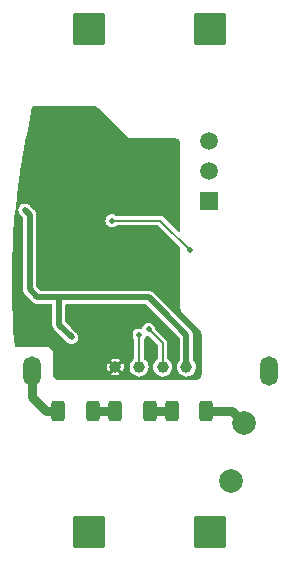
<source format=gbr>
G04 #@! TF.GenerationSoftware,KiCad,Pcbnew,(6.0.2)*
G04 #@! TF.CreationDate,2022-02-18T17:05:11+01:00*
G04 #@! TF.ProjectId,nordic-switch,6e6f7264-6963-42d7-9377-697463682e6b,1.1*
G04 #@! TF.SameCoordinates,Original*
G04 #@! TF.FileFunction,Copper,L2,Bot*
G04 #@! TF.FilePolarity,Positive*
%FSLAX46Y46*%
G04 Gerber Fmt 4.6, Leading zero omitted, Abs format (unit mm)*
G04 Created by KiCad (PCBNEW (6.0.2)) date 2022-02-18 17:05:11*
%MOMM*%
%LPD*%
G01*
G04 APERTURE LIST*
G04 Aperture macros list*
%AMRoundRect*
0 Rectangle with rounded corners*
0 $1 Rounding radius*
0 $2 $3 $4 $5 $6 $7 $8 $9 X,Y pos of 4 corners*
0 Add a 4 corners polygon primitive as box body*
4,1,4,$2,$3,$4,$5,$6,$7,$8,$9,$2,$3,0*
0 Add four circle primitives for the rounded corners*
1,1,$1+$1,$2,$3*
1,1,$1+$1,$4,$5*
1,1,$1+$1,$6,$7*
1,1,$1+$1,$8,$9*
0 Add four rect primitives between the rounded corners*
20,1,$1+$1,$2,$3,$4,$5,0*
20,1,$1+$1,$4,$5,$6,$7,0*
20,1,$1+$1,$6,$7,$8,$9,0*
20,1,$1+$1,$8,$9,$2,$3,0*%
G04 Aperture macros list end*
G04 #@! TA.AperFunction,ComponentPad*
%ADD10RoundRect,0.250000X-1.125000X-1.125000X1.125000X-1.125000X1.125000X1.125000X-1.125000X1.125000X0*%
G04 #@! TD*
G04 #@! TA.AperFunction,ComponentPad*
%ADD11R,1.500000X1.500000*%
G04 #@! TD*
G04 #@! TA.AperFunction,ComponentPad*
%ADD12C,1.500000*%
G04 #@! TD*
G04 #@! TA.AperFunction,ComponentPad*
%ADD13O,1.500000X2.500000*%
G04 #@! TD*
G04 #@! TA.AperFunction,SMDPad,CuDef*
%ADD14C,1.000000*%
G04 #@! TD*
G04 #@! TA.AperFunction,ComponentPad*
%ADD15C,2.000000*%
G04 #@! TD*
G04 #@! TA.AperFunction,SMDPad,CuDef*
%ADD16RoundRect,0.250000X-0.312500X-0.625000X0.312500X-0.625000X0.312500X0.625000X-0.312500X0.625000X0*%
G04 #@! TD*
G04 #@! TA.AperFunction,ViaPad*
%ADD17C,0.500000*%
G04 #@! TD*
G04 #@! TA.AperFunction,Conductor*
%ADD18C,0.800000*%
G04 #@! TD*
G04 #@! TA.AperFunction,Conductor*
%ADD19C,0.500000*%
G04 #@! TD*
G04 #@! TA.AperFunction,Conductor*
%ADD20C,0.200000*%
G04 #@! TD*
G04 APERTURE END LIST*
D10*
X149500000Y-78400000D03*
X139300000Y-121000000D03*
X149500000Y-121000000D03*
X139300000Y-78400000D03*
D11*
X149460000Y-92940000D03*
D12*
X149460000Y-90400000D03*
X149460000Y-87860000D03*
D13*
X154500000Y-107300000D03*
X134400000Y-107300000D03*
D14*
X143500000Y-107000000D03*
X145500000Y-107000000D03*
X141500000Y-107000000D03*
D15*
X152405141Y-111740509D03*
X151272133Y-116692558D03*
D16*
X146275000Y-110700000D03*
X149200000Y-110700000D03*
X141475000Y-110700000D03*
X144400000Y-110700000D03*
D14*
X147500000Y-107000000D03*
D16*
X136675000Y-110700000D03*
X139600000Y-110700000D03*
D17*
X147500000Y-106000000D03*
X140900000Y-101100000D03*
X137800000Y-104500000D03*
X133833857Y-93712816D03*
X134233857Y-99512816D03*
X143733857Y-93012816D03*
X141300000Y-100080000D03*
X145440000Y-93820000D03*
X142400000Y-102090000D03*
X146333857Y-90012816D03*
X135700000Y-96700000D03*
X133500000Y-104800000D03*
X143733857Y-88012816D03*
X140900000Y-88512816D03*
X146600000Y-99450000D03*
X135100000Y-104800000D03*
X145090000Y-103210000D03*
X137200000Y-88800000D03*
X133200000Y-95912816D03*
X142533857Y-89412816D03*
X142533857Y-88512816D03*
X138000000Y-86100000D03*
X145033857Y-88012816D03*
X135700000Y-95200000D03*
X145233857Y-91012816D03*
X145770000Y-103870000D03*
X137200000Y-98200000D03*
X146333857Y-89012816D03*
X136500000Y-85300000D03*
X137820000Y-102300000D03*
X142400000Y-100080000D03*
X146333857Y-88012816D03*
X136700000Y-104800000D03*
X139300000Y-87200000D03*
X144040000Y-93840000D03*
X136500000Y-91000000D03*
X141300000Y-97200000D03*
X145140000Y-98720000D03*
X145200000Y-95640000D03*
X146333857Y-92012816D03*
X142500000Y-92500000D03*
X138000000Y-87200000D03*
X137433857Y-90912816D03*
X146600000Y-97200000D03*
X145200000Y-97200000D03*
X145140000Y-100340000D03*
X141300000Y-102090000D03*
X137200000Y-96700000D03*
X138333857Y-90912816D03*
X146600000Y-101760000D03*
X146333857Y-91012816D03*
X139390000Y-103310000D03*
X140900000Y-91612816D03*
X144133857Y-91012816D03*
X135700000Y-98200000D03*
X134900000Y-85300000D03*
X138700000Y-96700000D03*
X142100000Y-105000000D03*
X140900000Y-89400000D03*
X137200000Y-95200000D03*
X133133857Y-97112816D03*
X138700000Y-98200000D03*
X144300000Y-105000000D03*
X133300000Y-94712816D03*
X135800000Y-87100000D03*
X139300000Y-89400000D03*
X140900000Y-92500000D03*
X142400000Y-97200000D03*
X146333857Y-93012816D03*
X145033857Y-93012816D03*
X144133857Y-90012816D03*
X134400000Y-90000000D03*
X133533857Y-103512816D03*
X138700000Y-95200000D03*
X142533857Y-91600000D03*
X139300000Y-86100000D03*
X141100000Y-105000000D03*
X145233857Y-90012816D03*
X139300000Y-88500000D03*
X144300000Y-103800000D03*
X143500000Y-104300000D03*
X147800000Y-97100000D03*
X141200000Y-94600000D03*
D18*
X151364632Y-110700000D02*
X152405141Y-111740509D01*
X149200000Y-110700000D02*
X151364632Y-110700000D01*
X135600000Y-110700000D02*
X136675000Y-110700000D01*
X134400000Y-107300000D02*
X134400000Y-109500000D01*
X134400000Y-109500000D02*
X135600000Y-110700000D01*
D19*
X136720000Y-101110000D02*
X136720000Y-103420000D01*
X144300000Y-101100000D02*
X145400000Y-102200000D01*
X134233857Y-94112816D02*
X133833857Y-93712816D01*
X137500000Y-101100000D02*
X134900000Y-101100000D01*
X136720000Y-103420000D02*
X137800000Y-104500000D01*
X140900000Y-101100000D02*
X137500000Y-101100000D01*
X140900000Y-101100000D02*
X144300000Y-101100000D01*
X134900000Y-101100000D02*
X134233857Y-100433857D01*
X147500000Y-104300000D02*
X147500000Y-106000000D01*
X147500000Y-106000000D02*
X147500000Y-107000000D01*
X145400000Y-102200000D02*
X147500000Y-104300000D01*
X134233857Y-100433857D02*
X134233857Y-94112816D01*
D20*
X145500000Y-105000000D02*
X144300000Y-103800000D01*
X145500000Y-107000000D02*
X145500000Y-105000000D01*
X143500000Y-107000000D02*
X143500000Y-104300000D01*
X141200000Y-94600000D02*
X145300000Y-94600000D01*
X145300000Y-94600000D02*
X147800000Y-97100000D01*
D18*
X144400000Y-110700000D02*
X146275000Y-110700000D01*
X139600000Y-110700000D02*
X141475000Y-110700000D01*
G04 #@! TA.AperFunction,Conductor*
G36*
X139701081Y-84901078D02*
G01*
X139805856Y-84914872D01*
X139837628Y-84923385D01*
X139927569Y-84960640D01*
X139956052Y-84977084D01*
X140039906Y-85041428D01*
X140052288Y-85052288D01*
X142453553Y-87453553D01*
X142557107Y-87533013D01*
X142677697Y-87582963D01*
X142807107Y-87600000D01*
X146491742Y-87600000D01*
X146508188Y-87601078D01*
X146612963Y-87614872D01*
X146644735Y-87623385D01*
X146734674Y-87660639D01*
X146763160Y-87677086D01*
X146840393Y-87736349D01*
X146863651Y-87759607D01*
X146922914Y-87836840D01*
X146939361Y-87865326D01*
X146976615Y-87955265D01*
X146985128Y-87987037D01*
X146998922Y-88091812D01*
X147000000Y-88108258D01*
X147000000Y-95429417D01*
X146979998Y-95497538D01*
X146926342Y-95544031D01*
X146856068Y-95554135D01*
X146791488Y-95524641D01*
X146784905Y-95518512D01*
X145560909Y-94294516D01*
X145560905Y-94294513D01*
X145538342Y-94271950D01*
X145518746Y-94261965D01*
X145501893Y-94251639D01*
X145484090Y-94238704D01*
X145463166Y-94231905D01*
X145444906Y-94224341D01*
X145434141Y-94218856D01*
X145434137Y-94218855D01*
X145425304Y-94214354D01*
X145415513Y-94212803D01*
X145415512Y-94212803D01*
X145403578Y-94210913D01*
X145384353Y-94206297D01*
X145372868Y-94202565D01*
X145372864Y-94202564D01*
X145363433Y-94199500D01*
X141625124Y-94199500D01*
X141557003Y-94179498D01*
X141548420Y-94173462D01*
X141496249Y-94133430D01*
X141477625Y-94119139D01*
X141343709Y-94063670D01*
X141200000Y-94044750D01*
X141056291Y-94063670D01*
X140922375Y-94119139D01*
X140807379Y-94207379D01*
X140719139Y-94322375D01*
X140663670Y-94456291D01*
X140644750Y-94600000D01*
X140663670Y-94743709D01*
X140719139Y-94877625D01*
X140807379Y-94992621D01*
X140922375Y-95080861D01*
X141056291Y-95136330D01*
X141200000Y-95155250D01*
X141343709Y-95136330D01*
X141477625Y-95080861D01*
X141548420Y-95026538D01*
X141614640Y-95000937D01*
X141625124Y-95000500D01*
X145081917Y-95000500D01*
X145150038Y-95020502D01*
X145171012Y-95037405D01*
X146963095Y-96829488D01*
X146997121Y-96891800D01*
X147000000Y-96918583D01*
X147000000Y-101992893D01*
X147017037Y-102122303D01*
X147066987Y-102242893D01*
X147146447Y-102346447D01*
X148647712Y-103847712D01*
X148658572Y-103860094D01*
X148722916Y-103943948D01*
X148739360Y-103972431D01*
X148776615Y-104062372D01*
X148785128Y-104094144D01*
X148798922Y-104198919D01*
X148800000Y-104215365D01*
X148800000Y-107591742D01*
X148798922Y-107608188D01*
X148785128Y-107712963D01*
X148776615Y-107744735D01*
X148739361Y-107834674D01*
X148722914Y-107863160D01*
X148663651Y-107940393D01*
X148640393Y-107963651D01*
X148563160Y-108022914D01*
X148534674Y-108039361D01*
X148444735Y-108076615D01*
X148412963Y-108085128D01*
X148308188Y-108098922D01*
X148291742Y-108100000D01*
X136708258Y-108100000D01*
X136691812Y-108098922D01*
X136587037Y-108085128D01*
X136555265Y-108076615D01*
X136465326Y-108039361D01*
X136436840Y-108022914D01*
X136359607Y-107963651D01*
X136336349Y-107940393D01*
X136277086Y-107863160D01*
X136260639Y-107834674D01*
X136223385Y-107744735D01*
X136214872Y-107712963D01*
X136201078Y-107608188D01*
X136200000Y-107591742D01*
X136200000Y-107590474D01*
X141127278Y-107590474D01*
X141131967Y-107596738D01*
X141233751Y-107652003D01*
X141247762Y-107657550D01*
X141396951Y-107696689D01*
X141411901Y-107698736D01*
X141566108Y-107701159D01*
X141581113Y-107699582D01*
X141731456Y-107665149D01*
X141745641Y-107660042D01*
X141864039Y-107600495D01*
X141874342Y-107590866D01*
X141872129Y-107584261D01*
X141512812Y-107224944D01*
X141498868Y-107217330D01*
X141497035Y-107217461D01*
X141490420Y-107221712D01*
X141134038Y-107578094D01*
X141127278Y-107590474D01*
X136200000Y-107590474D01*
X136200000Y-107000166D01*
X140795732Y-107000166D01*
X140812656Y-107153470D01*
X140816100Y-107168153D01*
X140869104Y-107312992D01*
X140875953Y-107326434D01*
X140900205Y-107362524D01*
X140910188Y-107370824D01*
X140924279Y-107363589D01*
X141275056Y-107012812D01*
X141281434Y-107001132D01*
X141717330Y-107001132D01*
X141717461Y-107002965D01*
X141721712Y-107009580D01*
X142077477Y-107365345D01*
X142089487Y-107371904D01*
X142101226Y-107362936D01*
X142113489Y-107345871D01*
X142120754Y-107332655D01*
X142178280Y-107189554D01*
X142182184Y-107174983D01*
X142204405Y-107018851D01*
X142205029Y-107010641D01*
X142205098Y-107004134D01*
X142204644Y-106995892D01*
X142203780Y-106988753D01*
X142694514Y-106988753D01*
X142695201Y-106995760D01*
X142695201Y-106995763D01*
X142696005Y-107003963D01*
X142712039Y-107167486D01*
X142714262Y-107174168D01*
X142714262Y-107174169D01*
X142760442Y-107312992D01*
X142768726Y-107337896D01*
X142861759Y-107491512D01*
X142986514Y-107620699D01*
X143136789Y-107719036D01*
X143305116Y-107781636D01*
X143312097Y-107782567D01*
X143312099Y-107782568D01*
X143476149Y-107804457D01*
X143476153Y-107804457D01*
X143483130Y-107805388D01*
X143490142Y-107804750D01*
X143490146Y-107804750D01*
X143654960Y-107789751D01*
X143654961Y-107789751D01*
X143661981Y-107789112D01*
X143832782Y-107733615D01*
X143863714Y-107715176D01*
X143980992Y-107645265D01*
X143980994Y-107645264D01*
X143987044Y-107641657D01*
X144117099Y-107517807D01*
X144134570Y-107491512D01*
X144212582Y-107374093D01*
X144216483Y-107368222D01*
X144237463Y-107312992D01*
X144277757Y-107206919D01*
X144277758Y-107206914D01*
X144280257Y-107200336D01*
X144305251Y-107022493D01*
X144305431Y-107009580D01*
X144305510Y-107003963D01*
X144305510Y-107003958D01*
X144305565Y-107000000D01*
X144285546Y-106821528D01*
X144279427Y-106803955D01*
X144228803Y-106658584D01*
X144226485Y-106651927D01*
X144217600Y-106637707D01*
X144135049Y-106505599D01*
X144131316Y-106499625D01*
X144041934Y-106409617D01*
X144009733Y-106377190D01*
X144009729Y-106377187D01*
X144004770Y-106372193D01*
X143958985Y-106343137D01*
X143912187Y-106289747D01*
X143900500Y-106236752D01*
X143900500Y-104725124D01*
X143920502Y-104657003D01*
X143926538Y-104648420D01*
X143964918Y-104598402D01*
X143980861Y-104577625D01*
X144036330Y-104443709D01*
X144037408Y-104435518D01*
X144038532Y-104431325D01*
X144075484Y-104370703D01*
X144139345Y-104339681D01*
X144176685Y-104339015D01*
X144244763Y-104347978D01*
X144309690Y-104376701D01*
X144317411Y-104383804D01*
X145062595Y-105128987D01*
X145096620Y-105191300D01*
X145099500Y-105218083D01*
X145099500Y-106236063D01*
X145079498Y-106304184D01*
X145039521Y-106343381D01*
X145010048Y-106361512D01*
X145010042Y-106361516D01*
X145004045Y-106365206D01*
X144999014Y-106370132D01*
X144999011Y-106370135D01*
X144958694Y-106409617D01*
X144875732Y-106490859D01*
X144871915Y-106496782D01*
X144871912Y-106496786D01*
X144808637Y-106594970D01*
X144778446Y-106641817D01*
X144776037Y-106648437D01*
X144776035Y-106648440D01*
X144766782Y-106673863D01*
X144717022Y-106810578D01*
X144694514Y-106988753D01*
X144695201Y-106995760D01*
X144695201Y-106995763D01*
X144696005Y-107003963D01*
X144712039Y-107167486D01*
X144714262Y-107174168D01*
X144714262Y-107174169D01*
X144760442Y-107312992D01*
X144768726Y-107337896D01*
X144861759Y-107491512D01*
X144986514Y-107620699D01*
X145136789Y-107719036D01*
X145305116Y-107781636D01*
X145312097Y-107782567D01*
X145312099Y-107782568D01*
X145476149Y-107804457D01*
X145476153Y-107804457D01*
X145483130Y-107805388D01*
X145490142Y-107804750D01*
X145490146Y-107804750D01*
X145654960Y-107789751D01*
X145654961Y-107789751D01*
X145661981Y-107789112D01*
X145832782Y-107733615D01*
X145863714Y-107715176D01*
X145980992Y-107645265D01*
X145980994Y-107645264D01*
X145987044Y-107641657D01*
X146117099Y-107517807D01*
X146134570Y-107491512D01*
X146212582Y-107374093D01*
X146216483Y-107368222D01*
X146237463Y-107312992D01*
X146277757Y-107206919D01*
X146277758Y-107206914D01*
X146280257Y-107200336D01*
X146305251Y-107022493D01*
X146305431Y-107009580D01*
X146305510Y-107003963D01*
X146305510Y-107003958D01*
X146305565Y-107000000D01*
X146285546Y-106821528D01*
X146279427Y-106803955D01*
X146228803Y-106658584D01*
X146226485Y-106651927D01*
X146217600Y-106637707D01*
X146135049Y-106505599D01*
X146131316Y-106499625D01*
X146041934Y-106409617D01*
X146009733Y-106377190D01*
X146009729Y-106377187D01*
X146004770Y-106372193D01*
X145958985Y-106343137D01*
X145912187Y-106289747D01*
X145900500Y-106236752D01*
X145900500Y-104968481D01*
X145900499Y-104968475D01*
X145900499Y-104936567D01*
X145897436Y-104927140D01*
X145897435Y-104927133D01*
X145893703Y-104915647D01*
X145889089Y-104896427D01*
X145887199Y-104884493D01*
X145887197Y-104884485D01*
X145885646Y-104874696D01*
X145881146Y-104865865D01*
X145881145Y-104865861D01*
X145875658Y-104855093D01*
X145868094Y-104836832D01*
X145861296Y-104815910D01*
X145848368Y-104798116D01*
X145838038Y-104781259D01*
X145832552Y-104770493D01*
X145832551Y-104770492D01*
X145828050Y-104761658D01*
X145314098Y-104247706D01*
X144883805Y-103817412D01*
X144849779Y-103755100D01*
X144847978Y-103744764D01*
X144837408Y-103664480D01*
X144836330Y-103656291D01*
X144780861Y-103522375D01*
X144692621Y-103407379D01*
X144577625Y-103319139D01*
X144443709Y-103263670D01*
X144300000Y-103244750D01*
X144156291Y-103263670D01*
X144022375Y-103319139D01*
X143907379Y-103407379D01*
X143819139Y-103522375D01*
X143763670Y-103656291D01*
X143762592Y-103664480D01*
X143761468Y-103668675D01*
X143724516Y-103729297D01*
X143660655Y-103760319D01*
X143623315Y-103760985D01*
X143500000Y-103744750D01*
X143356291Y-103763670D01*
X143222375Y-103819139D01*
X143107379Y-103907379D01*
X143019139Y-104022375D01*
X142963670Y-104156291D01*
X142944750Y-104300000D01*
X142963670Y-104443709D01*
X143019139Y-104577625D01*
X143035082Y-104598402D01*
X143073462Y-104648420D01*
X143099063Y-104714640D01*
X143099500Y-104725124D01*
X143099500Y-106236063D01*
X143079498Y-106304184D01*
X143039521Y-106343381D01*
X143010048Y-106361512D01*
X143010042Y-106361516D01*
X143004045Y-106365206D01*
X142999014Y-106370132D01*
X142999011Y-106370135D01*
X142958694Y-106409617D01*
X142875732Y-106490859D01*
X142871915Y-106496782D01*
X142871912Y-106496786D01*
X142808637Y-106594970D01*
X142778446Y-106641817D01*
X142776037Y-106648437D01*
X142776035Y-106648440D01*
X142766782Y-106673863D01*
X142717022Y-106810578D01*
X142694514Y-106988753D01*
X142203780Y-106988753D01*
X142185699Y-106839340D01*
X142182103Y-106824698D01*
X142127582Y-106680413D01*
X142120599Y-106667056D01*
X142100097Y-106637226D01*
X142089843Y-106628883D01*
X142076104Y-106636028D01*
X141724944Y-106987188D01*
X141717330Y-107001132D01*
X141281434Y-107001132D01*
X141282670Y-106998868D01*
X141282539Y-106997035D01*
X141278288Y-106990420D01*
X140922777Y-106634909D01*
X140910968Y-106628460D01*
X140898994Y-106637707D01*
X140882925Y-106660570D01*
X140875797Y-106673863D01*
X140819772Y-106817559D01*
X140816020Y-106832173D01*
X140795889Y-106985085D01*
X140795732Y-107000166D01*
X136200000Y-107000166D01*
X136200000Y-106409617D01*
X141126218Y-106409617D01*
X141128589Y-106416457D01*
X141487188Y-106775056D01*
X141501132Y-106782670D01*
X141502965Y-106782539D01*
X141509580Y-106778288D01*
X141866385Y-106421483D01*
X141873145Y-106409103D01*
X141868635Y-106403079D01*
X141759414Y-106345249D01*
X141745334Y-106339844D01*
X141595747Y-106302270D01*
X141580778Y-106300379D01*
X141426547Y-106299572D01*
X141411571Y-106301304D01*
X141261588Y-106337312D01*
X141247464Y-106342565D01*
X141136420Y-106399880D01*
X141126218Y-106409617D01*
X136200000Y-106409617D01*
X136200000Y-105800000D01*
X136182963Y-105670590D01*
X136133013Y-105550000D01*
X136053553Y-105446447D01*
X135950000Y-105366987D01*
X135942374Y-105363828D01*
X135942372Y-105363827D01*
X135837039Y-105320197D01*
X135829410Y-105317037D01*
X135700000Y-105300000D01*
X133099682Y-105300000D01*
X133031561Y-105279998D01*
X132985068Y-105226342D01*
X132974264Y-105186094D01*
X132961661Y-105055402D01*
X132938332Y-104813478D01*
X132938165Y-104811599D01*
X132937933Y-104808721D01*
X132854424Y-103776706D01*
X132854278Y-103774695D01*
X132847419Y-103668675D01*
X132787944Y-102749411D01*
X132787825Y-102747291D01*
X132786735Y-102724387D01*
X132741957Y-101784017D01*
X132739584Y-101734188D01*
X132739496Y-101731912D01*
X132730370Y-101422649D01*
X132710044Y-100733859D01*
X132709997Y-100731468D01*
X132709895Y-100721355D01*
X132700028Y-99751242D01*
X132700028Y-99748683D01*
X132709996Y-98768590D01*
X132710044Y-98766154D01*
X132712061Y-98697822D01*
X132739497Y-97768063D01*
X132739585Y-97765787D01*
X132787823Y-96752747D01*
X132787943Y-96750605D01*
X132788248Y-96745900D01*
X132854284Y-95725223D01*
X132854430Y-95723213D01*
X132862523Y-95623196D01*
X132938164Y-94688405D01*
X132938332Y-94686522D01*
X132940666Y-94662326D01*
X133029709Y-93738928D01*
X133056157Y-93673043D01*
X133092216Y-93647416D01*
X133217463Y-93647416D01*
X133246399Y-93664158D01*
X133278872Y-93727293D01*
X133281017Y-93756291D01*
X133280647Y-93765110D01*
X133282609Y-93773474D01*
X133282609Y-93773476D01*
X133290259Y-93806090D01*
X133292510Y-93818416D01*
X133297527Y-93856525D01*
X133303924Y-93871969D01*
X133304123Y-93872449D01*
X133310385Y-93891896D01*
X133315089Y-93911952D01*
X133319225Y-93919475D01*
X133319227Y-93919481D01*
X133333635Y-93945690D01*
X133339627Y-93958168D01*
X133349835Y-93982810D01*
X133352996Y-93990441D01*
X133358022Y-93996991D01*
X133365649Y-94006931D01*
X133376097Y-94022927D01*
X133387750Y-94044124D01*
X133394754Y-94052238D01*
X133413243Y-94070727D01*
X133424110Y-94083118D01*
X133441236Y-94105437D01*
X133447786Y-94110463D01*
X133463555Y-94122563D01*
X133475946Y-94133430D01*
X133646452Y-94303936D01*
X133680478Y-94366248D01*
X133683357Y-94393031D01*
X133683357Y-99468478D01*
X133682279Y-99484925D01*
X133678607Y-99512816D01*
X133679685Y-99521004D01*
X133682279Y-99540707D01*
X133683357Y-99557154D01*
X133683357Y-100418864D01*
X133683246Y-100424140D01*
X133680647Y-100486151D01*
X133682609Y-100494516D01*
X133690584Y-100528519D01*
X133692747Y-100540190D01*
X133698651Y-100583289D01*
X133702063Y-100591173D01*
X133702063Y-100591174D01*
X133704622Y-100597087D01*
X133711656Y-100618356D01*
X133715089Y-100632993D01*
X133719226Y-100640518D01*
X133719227Y-100640521D01*
X133736052Y-100671125D01*
X133741268Y-100681770D01*
X133758552Y-100721712D01*
X133768015Y-100733398D01*
X133780502Y-100751982D01*
X133787750Y-100765165D01*
X133794754Y-100773279D01*
X133819290Y-100797815D01*
X133828115Y-100807616D01*
X133848063Y-100832249D01*
X133853471Y-100838927D01*
X133860469Y-100843900D01*
X133860474Y-100843905D01*
X133868805Y-100849825D01*
X133884911Y-100863436D01*
X134500130Y-101478655D01*
X134503783Y-101482464D01*
X134545799Y-101528156D01*
X134582797Y-101551095D01*
X134592548Y-101557797D01*
X134627216Y-101584112D01*
X134641193Y-101589646D01*
X134661202Y-101599709D01*
X134666688Y-101603111D01*
X134666692Y-101603113D01*
X134673986Y-101607635D01*
X134682228Y-101610029D01*
X134682231Y-101610031D01*
X134715784Y-101619779D01*
X134726997Y-101623618D01*
X134767453Y-101639635D01*
X134775996Y-101640533D01*
X134775997Y-101640533D01*
X134782402Y-101641206D01*
X134804380Y-101645518D01*
X134818825Y-101649715D01*
X134825408Y-101650198D01*
X134825411Y-101650199D01*
X134827208Y-101650331D01*
X134827219Y-101650331D01*
X134829515Y-101650500D01*
X134864219Y-101650500D01*
X134877390Y-101651190D01*
X134917454Y-101655401D01*
X134925919Y-101653969D01*
X134925928Y-101653969D01*
X134936000Y-101652265D01*
X134957013Y-101650500D01*
X136043500Y-101650500D01*
X136111621Y-101670502D01*
X136158114Y-101724158D01*
X136169500Y-101776500D01*
X136169500Y-103405007D01*
X136169389Y-103410283D01*
X136166790Y-103472294D01*
X136168752Y-103480659D01*
X136176727Y-103514662D01*
X136178890Y-103526333D01*
X136184794Y-103569432D01*
X136188206Y-103577316D01*
X136188206Y-103577317D01*
X136190765Y-103583230D01*
X136197799Y-103604499D01*
X136201232Y-103619136D01*
X136205369Y-103626661D01*
X136205370Y-103626664D01*
X136222195Y-103657268D01*
X136227411Y-103667913D01*
X136244695Y-103707855D01*
X136254158Y-103719541D01*
X136266645Y-103738125D01*
X136273893Y-103751308D01*
X136280897Y-103759422D01*
X136305433Y-103783958D01*
X136314258Y-103793759D01*
X136334206Y-103818392D01*
X136339614Y-103825070D01*
X136346612Y-103830043D01*
X136346617Y-103830048D01*
X136354948Y-103835968D01*
X136371054Y-103849579D01*
X137379386Y-104857911D01*
X137390253Y-104870302D01*
X137407379Y-104892621D01*
X137435347Y-104914082D01*
X137436502Y-104915027D01*
X137437456Y-104915981D01*
X137440368Y-104918191D01*
X137440375Y-104918197D01*
X137471004Y-104941445D01*
X137471505Y-104941826D01*
X137522375Y-104980861D01*
X137523605Y-104981371D01*
X137527217Y-104984112D01*
X137535195Y-104987271D01*
X137535201Y-104987274D01*
X137594454Y-105010733D01*
X137596213Y-105011445D01*
X137656291Y-105036330D01*
X137660504Y-105036885D01*
X137667453Y-105039636D01*
X137675993Y-105040534D01*
X137675995Y-105040534D01*
X137734986Y-105046734D01*
X137738262Y-105047122D01*
X137791811Y-105054172D01*
X137791812Y-105054172D01*
X137800000Y-105055250D01*
X137805611Y-105054511D01*
X137806758Y-105054571D01*
X137808908Y-105054503D01*
X137817454Y-105055402D01*
X137825926Y-105053969D01*
X137825927Y-105053969D01*
X137833350Y-105052713D01*
X137880552Y-105044730D01*
X137885067Y-105044051D01*
X137943709Y-105036330D01*
X137950941Y-105033334D01*
X137955814Y-105032272D01*
X137957704Y-105031680D01*
X137966170Y-105030248D01*
X137973940Y-105026592D01*
X138020666Y-105004605D01*
X138026095Y-105002205D01*
X138062142Y-104987274D01*
X138077625Y-104980861D01*
X138084172Y-104975837D01*
X138090043Y-104972448D01*
X138093004Y-104970900D01*
X138094873Y-104969686D01*
X138102643Y-104966030D01*
X138109144Y-104960419D01*
X138109148Y-104960416D01*
X138145462Y-104929071D01*
X138151078Y-104924498D01*
X138192621Y-104892621D01*
X138197647Y-104886071D01*
X138203488Y-104880230D01*
X138203700Y-104880442D01*
X138205747Y-104878272D01*
X138210317Y-104873089D01*
X138216819Y-104867476D01*
X138246093Y-104823414D01*
X138251077Y-104816441D01*
X138275832Y-104784179D01*
X138275833Y-104784178D01*
X138280861Y-104777625D01*
X138284021Y-104769995D01*
X138286441Y-104765804D01*
X138294834Y-104750053D01*
X138295530Y-104749006D01*
X138295532Y-104749002D01*
X138300285Y-104741848D01*
X138315512Y-104694984D01*
X138318936Y-104685702D01*
X138333170Y-104651339D01*
X138333171Y-104651336D01*
X138336330Y-104643709D01*
X138337409Y-104635517D01*
X138337652Y-104633672D01*
X138342739Y-104611192D01*
X138344239Y-104606576D01*
X138344240Y-104606569D01*
X138346894Y-104598402D01*
X138348807Y-104552764D01*
X138349774Y-104541595D01*
X138354172Y-104508188D01*
X138355250Y-104500000D01*
X138353464Y-104486433D01*
X138352497Y-104464711D01*
X138352850Y-104456289D01*
X138353210Y-104447706D01*
X138343598Y-104406726D01*
X138341346Y-104394395D01*
X138337408Y-104364478D01*
X138337408Y-104364476D01*
X138336330Y-104356291D01*
X138329734Y-104340367D01*
X138323472Y-104320920D01*
X138320729Y-104309225D01*
X138318768Y-104300864D01*
X138314632Y-104293341D01*
X138314630Y-104293335D01*
X138300222Y-104267126D01*
X138294230Y-104254648D01*
X138284022Y-104230006D01*
X138280861Y-104222375D01*
X138268208Y-104205884D01*
X138257759Y-104189887D01*
X138246107Y-104168692D01*
X138239103Y-104160578D01*
X138220614Y-104142089D01*
X138209747Y-104129698D01*
X138197649Y-104113932D01*
X138192621Y-104107379D01*
X138170301Y-104090252D01*
X138157911Y-104079386D01*
X137734816Y-103656291D01*
X137307405Y-103228881D01*
X137273380Y-103166568D01*
X137270500Y-103139785D01*
X137270500Y-101776500D01*
X137290502Y-101708379D01*
X137344158Y-101661886D01*
X137396500Y-101650500D01*
X140855662Y-101650500D01*
X140872109Y-101651578D01*
X140900000Y-101655250D01*
X140908188Y-101654172D01*
X140927891Y-101651578D01*
X140944338Y-101650500D01*
X144019784Y-101650500D01*
X144087905Y-101670502D01*
X144108879Y-101687404D01*
X144960891Y-102539415D01*
X144960897Y-102539422D01*
X146912596Y-104491121D01*
X146946620Y-104553432D01*
X146949500Y-104580215D01*
X146949500Y-105955662D01*
X146948422Y-105972109D01*
X146944750Y-106000000D01*
X146945828Y-106008188D01*
X146948422Y-106027891D01*
X146949500Y-106044338D01*
X146949500Y-106365654D01*
X146929498Y-106433775D01*
X146911657Y-106455678D01*
X146880768Y-106485927D01*
X146875732Y-106490859D01*
X146778446Y-106641817D01*
X146776037Y-106648437D01*
X146776035Y-106648440D01*
X146766782Y-106673863D01*
X146717022Y-106810578D01*
X146694514Y-106988753D01*
X146695201Y-106995760D01*
X146695201Y-106995763D01*
X146696005Y-107003963D01*
X146712039Y-107167486D01*
X146714262Y-107174168D01*
X146714262Y-107174169D01*
X146760442Y-107312992D01*
X146768726Y-107337896D01*
X146861759Y-107491512D01*
X146986514Y-107620699D01*
X147136789Y-107719036D01*
X147305116Y-107781636D01*
X147312097Y-107782567D01*
X147312099Y-107782568D01*
X147476149Y-107804457D01*
X147476153Y-107804457D01*
X147483130Y-107805388D01*
X147490142Y-107804750D01*
X147490146Y-107804750D01*
X147654960Y-107789751D01*
X147654961Y-107789751D01*
X147661981Y-107789112D01*
X147832782Y-107733615D01*
X147863714Y-107715176D01*
X147980992Y-107645265D01*
X147980994Y-107645264D01*
X147987044Y-107641657D01*
X148117099Y-107517807D01*
X148134570Y-107491512D01*
X148212582Y-107374093D01*
X148216483Y-107368222D01*
X148237463Y-107312992D01*
X148277757Y-107206919D01*
X148277758Y-107206914D01*
X148280257Y-107200336D01*
X148305251Y-107022493D01*
X148305431Y-107009580D01*
X148305510Y-107003963D01*
X148305510Y-107003958D01*
X148305565Y-107000000D01*
X148285546Y-106821528D01*
X148279427Y-106803955D01*
X148228803Y-106658584D01*
X148226485Y-106651927D01*
X148217600Y-106637707D01*
X148135049Y-106505599D01*
X148131316Y-106499625D01*
X148122611Y-106490859D01*
X148087094Y-106455093D01*
X148053287Y-106392662D01*
X148050500Y-106366309D01*
X148050500Y-106044338D01*
X148051578Y-106027891D01*
X148054172Y-106008188D01*
X148055250Y-106000000D01*
X148051578Y-105972109D01*
X148050500Y-105955662D01*
X148050500Y-104314993D01*
X148050611Y-104309717D01*
X148052850Y-104256291D01*
X148053210Y-104247706D01*
X148051248Y-104239341D01*
X148043273Y-104205338D01*
X148041110Y-104193667D01*
X148036372Y-104159081D01*
X148035206Y-104150568D01*
X148029235Y-104136770D01*
X148022201Y-104115501D01*
X148020730Y-104109228D01*
X148020729Y-104109226D01*
X148018768Y-104100864D01*
X147997805Y-104062734D01*
X147992583Y-104052073D01*
X147978716Y-104020027D01*
X147978715Y-104020026D01*
X147975305Y-104012145D01*
X147965842Y-104000459D01*
X147953351Y-103981871D01*
X147946106Y-103968692D01*
X147939102Y-103960578D01*
X147914567Y-103936043D01*
X147905742Y-103926242D01*
X147885794Y-103901608D01*
X147885793Y-103901607D01*
X147880386Y-103894930D01*
X147873384Y-103889954D01*
X147873382Y-103889952D01*
X147865051Y-103884032D01*
X147848945Y-103870421D01*
X145839109Y-101860585D01*
X145839103Y-101860578D01*
X144699880Y-100721355D01*
X144696228Y-100717547D01*
X144675012Y-100694475D01*
X144654201Y-100671844D01*
X144617198Y-100648901D01*
X144607448Y-100642200D01*
X144572783Y-100615888D01*
X144558804Y-100610354D01*
X144538801Y-100600293D01*
X144526014Y-100592365D01*
X144517763Y-100589968D01*
X144517761Y-100589967D01*
X144484228Y-100580225D01*
X144472995Y-100576379D01*
X144432547Y-100560364D01*
X144424006Y-100559466D01*
X144424005Y-100559466D01*
X144417592Y-100558792D01*
X144395617Y-100554480D01*
X144381175Y-100550285D01*
X144373692Y-100549736D01*
X144372792Y-100549669D01*
X144372781Y-100549669D01*
X144370485Y-100549500D01*
X144335783Y-100549500D01*
X144322613Y-100548810D01*
X144312384Y-100547735D01*
X144282546Y-100544599D01*
X144274081Y-100546031D01*
X144274072Y-100546031D01*
X144264000Y-100547735D01*
X144242987Y-100549500D01*
X140944338Y-100549500D01*
X140927891Y-100548422D01*
X140908188Y-100545828D01*
X140900000Y-100544750D01*
X140891812Y-100545828D01*
X140872109Y-100548422D01*
X140855662Y-100549500D01*
X135180214Y-100549500D01*
X135112093Y-100529498D01*
X135091119Y-100512595D01*
X134821262Y-100242738D01*
X134787236Y-100180426D01*
X134784357Y-100153643D01*
X134784357Y-99557154D01*
X134785435Y-99540707D01*
X134788029Y-99521004D01*
X134789107Y-99512816D01*
X134785435Y-99484925D01*
X134784357Y-99468478D01*
X134784357Y-94127809D01*
X134784468Y-94122533D01*
X134784974Y-94110463D01*
X134787067Y-94060522D01*
X134784393Y-94049123D01*
X134777130Y-94018154D01*
X134774967Y-94006483D01*
X134770229Y-93971897D01*
X134769063Y-93963384D01*
X134763092Y-93949586D01*
X134756058Y-93928317D01*
X134754587Y-93922044D01*
X134754586Y-93922042D01*
X134752625Y-93913680D01*
X134747079Y-93903591D01*
X134731663Y-93875551D01*
X134726440Y-93864889D01*
X134712573Y-93832843D01*
X134712572Y-93832842D01*
X134709162Y-93824961D01*
X134699699Y-93813275D01*
X134687208Y-93794687D01*
X134679963Y-93781508D01*
X134672959Y-93773394D01*
X134648424Y-93748859D01*
X134639599Y-93739058D01*
X134619651Y-93714424D01*
X134619650Y-93714423D01*
X134614243Y-93707746D01*
X134607241Y-93702770D01*
X134607239Y-93702768D01*
X134598908Y-93696848D01*
X134582802Y-93683237D01*
X134254475Y-93354910D01*
X134243608Y-93342519D01*
X134231504Y-93326745D01*
X134226478Y-93320195D01*
X134198505Y-93298731D01*
X134197349Y-93297784D01*
X134196401Y-93296836D01*
X134193514Y-93294645D01*
X134193501Y-93294634D01*
X134162771Y-93271309D01*
X134162246Y-93270908D01*
X134115471Y-93235016D01*
X134115472Y-93235016D01*
X134111482Y-93231955D01*
X134110252Y-93231445D01*
X134106640Y-93228704D01*
X134098662Y-93225545D01*
X134098656Y-93225542D01*
X134039403Y-93202083D01*
X134037644Y-93201371D01*
X133977566Y-93176486D01*
X133973353Y-93175931D01*
X133966404Y-93173180D01*
X133957864Y-93172282D01*
X133957862Y-93172282D01*
X133910102Y-93167263D01*
X133898880Y-93166083D01*
X133895608Y-93165696D01*
X133842045Y-93158644D01*
X133833857Y-93157566D01*
X133828241Y-93158305D01*
X133827090Y-93158245D01*
X133824943Y-93158312D01*
X133816403Y-93157415D01*
X133807937Y-93158847D01*
X133807934Y-93158847D01*
X133753330Y-93168082D01*
X133748767Y-93168768D01*
X133698335Y-93175408D01*
X133698334Y-93175408D01*
X133690148Y-93176486D01*
X133682916Y-93179482D01*
X133678039Y-93180545D01*
X133676151Y-93181137D01*
X133667687Y-93182568D01*
X133659923Y-93186221D01*
X133659918Y-93186223D01*
X133613201Y-93208206D01*
X133607773Y-93210605D01*
X133563862Y-93228794D01*
X133563859Y-93228796D01*
X133556232Y-93231955D01*
X133549682Y-93236981D01*
X133543814Y-93240369D01*
X133540858Y-93241915D01*
X133538988Y-93243129D01*
X133531215Y-93246787D01*
X133488405Y-93283739D01*
X133482798Y-93288303D01*
X133441236Y-93320195D01*
X133436210Y-93326745D01*
X133430368Y-93332587D01*
X133430156Y-93332374D01*
X133428149Y-93334500D01*
X133423540Y-93339728D01*
X133417038Y-93345340D01*
X133412286Y-93352493D01*
X133412282Y-93352497D01*
X133387765Y-93389398D01*
X133382782Y-93396372D01*
X133352996Y-93435191D01*
X133349834Y-93442824D01*
X133347420Y-93447006D01*
X133339025Y-93462761D01*
X133333572Y-93470969D01*
X133330917Y-93479141D01*
X133318346Y-93517830D01*
X133314922Y-93527112D01*
X133297527Y-93569107D01*
X133297226Y-93568982D01*
X133262866Y-93625358D01*
X133217463Y-93647416D01*
X133092216Y-93647416D01*
X133111369Y-93633804D01*
X133073763Y-93602756D01*
X133052143Y-93535132D01*
X133052881Y-93518182D01*
X133155329Y-92598292D01*
X133155541Y-92596504D01*
X133287192Y-91550499D01*
X133287423Y-91548761D01*
X133323479Y-91291258D01*
X133433622Y-90504632D01*
X133433867Y-90502967D01*
X133447179Y-90416502D01*
X133593905Y-89463456D01*
X133594165Y-89461843D01*
X133600029Y-89426897D01*
X133767295Y-88429952D01*
X133767579Y-88428326D01*
X133953073Y-87406850D01*
X133953375Y-87405245D01*
X133969608Y-87322225D01*
X134150596Y-86396558D01*
X134150929Y-86394918D01*
X134359001Y-85402579D01*
X134359371Y-85400872D01*
X134449595Y-84998436D01*
X134484015Y-84936341D01*
X134546542Y-84902712D01*
X134572543Y-84900000D01*
X139684635Y-84900000D01*
X139701081Y-84901078D01*
G37*
G04 #@! TD.AperFunction*
M02*

</source>
